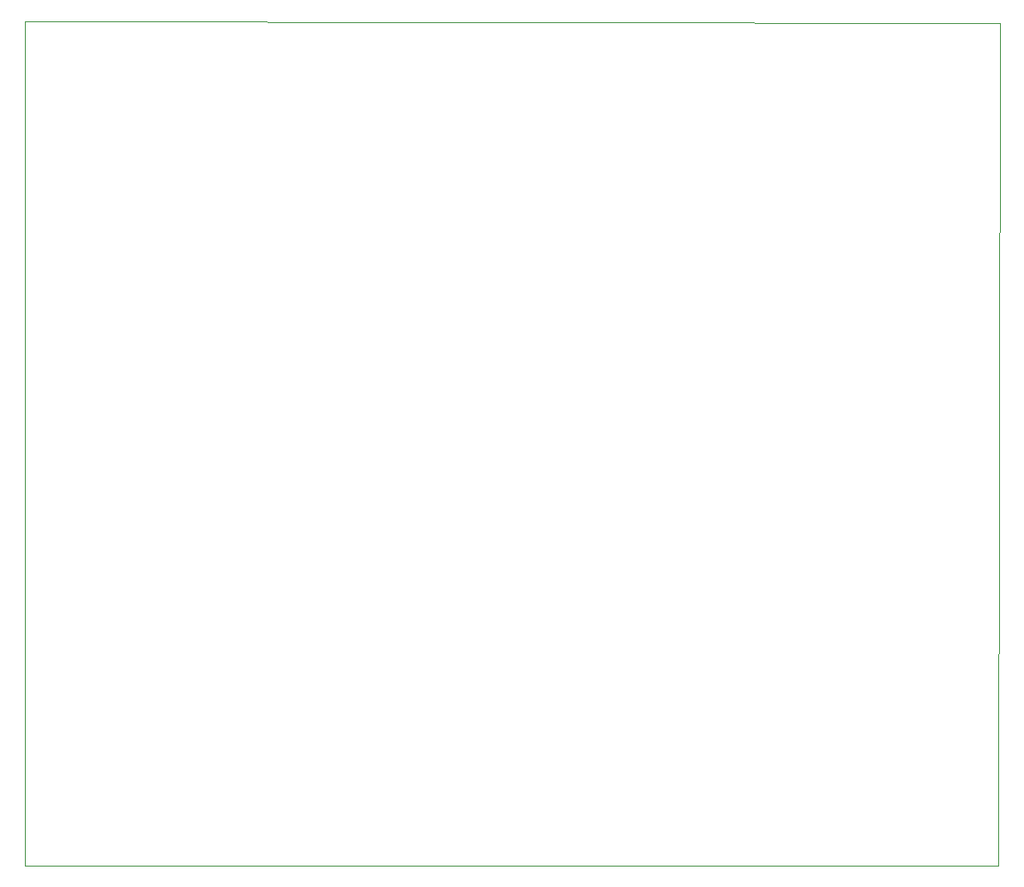
<source format=gbr>
G04 #@! TF.GenerationSoftware,KiCad,Pcbnew,(5.0.1)-4*
G04 #@! TF.CreationDate,2019-01-07T16:42:56+05:30*
G04 #@! TF.ProjectId,monitoring_board,6D6F6E69746F72696E675F626F617264,rev?*
G04 #@! TF.SameCoordinates,Original*
G04 #@! TF.FileFunction,Profile,NP*
%FSLAX46Y46*%
G04 Gerber Fmt 4.6, Leading zero omitted, Abs format (unit mm)*
G04 Created by KiCad (PCBNEW (5.0.1)-4) date 01/07/19 16:42:56*
%MOMM*%
%LPD*%
G01*
G04 APERTURE LIST*
%ADD10C,0.100000*%
G04 APERTURE END LIST*
D10*
X229743000Y-125222000D02*
X137033000Y-125222000D01*
X137033000Y-94488000D02*
X137033000Y-125222000D01*
X229870000Y-44958000D02*
X229743000Y-125222000D01*
X137033000Y-44831000D02*
X229870000Y-44958000D01*
X137033000Y-94488000D02*
X137033000Y-44831000D01*
M02*

</source>
